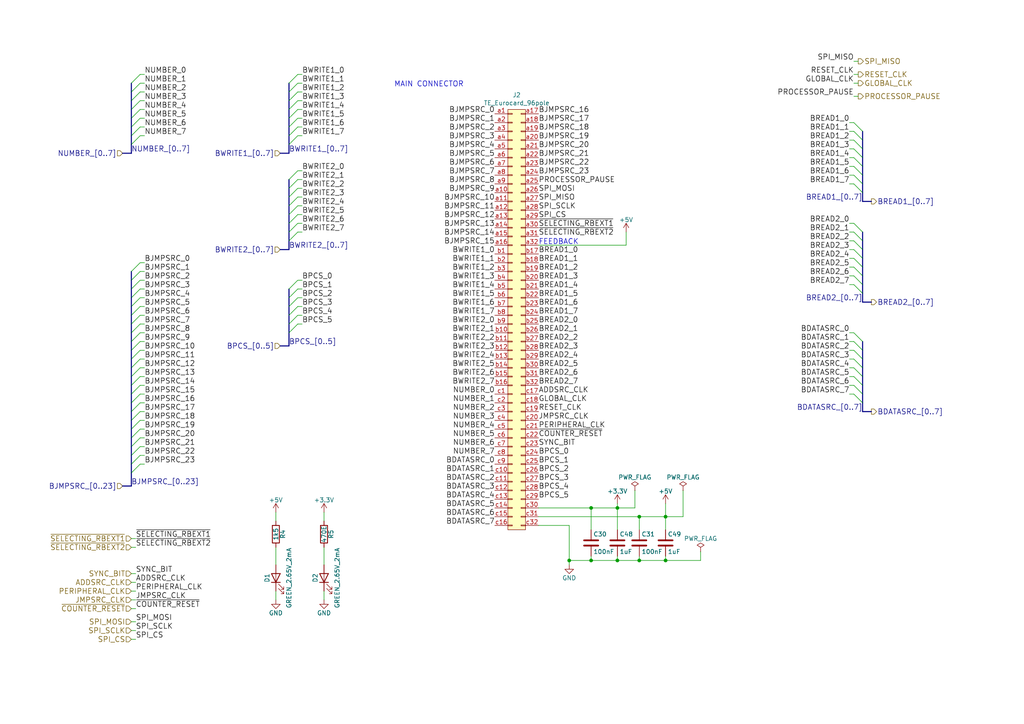
<source format=kicad_sch>
(kicad_sch (version 20230121) (generator eeschema)
  (paper "A4")
  (title_block (title "GP8B") (date "2022-07-08") (rev "V6.0") (company "Guillaume Guillet") (comment 1 "Copyright Guillaume Guillet 2022") (comment 2 "Licensed under CERN-OHL-W v2 or later"))
  (lib_symbols
    (symbol "Custom:TE_Eurocard_96pole" (pin_names (offset 1.016) hide)
      (property "Reference" "J" (at 0 60.96 0))
      (property "Value" "TE_Eurocard_96pole" (at 0 -63.5 0))
      (symbol "TE_Eurocard_96pole_1_1"
        (pin passive line (at -6.35 58.42 0) (length 3.81) (name "Pin_a1") (number "a1"))
        (pin passive line (at -6.35 35.56 0) (length 3.81) (name "Pin_a10") (number "a10"))
        (pin passive line (at -6.35 33.02 0) (length 3.81) (name "Pin_a11") (number "a11"))
        (pin passive line (at -6.35 30.48 0) (length 3.81) (name "Pin_a12") (number "a12"))
        (pin passive line (at -6.35 27.94 0) (length 3.81) (name "Pin_a13") (number "a13"))
        (pin passive line (at -6.35 25.4 0) (length 3.81) (name "Pin_a14") (number "a14"))
        (pin passive line (at -6.35 22.86 0) (length 3.81) (name "Pin_a15") (number "a15"))
        (pin passive line (at -6.35 20.32 0) (length 3.81) (name "Pin_a16") (number "a16"))
        (pin passive line (at 6.35 58.42 180) (length 3.81) (name "Pin_a17") (number "a17"))
        (pin passive line (at 6.35 55.88 180) (length 3.81) (name "Pin_a18") (number "a18"))
        (pin passive line (at 6.35 53.34 180) (length 3.81) (name "Pin_a19") (number "a19"))
        (pin passive line (at -6.35 55.88 0) (length 3.81) (name "Pin_a2") (number "a2"))
        (pin passive line (at 6.35 50.8 180) (length 3.81) (name "Pin_a20") (number "a20"))
        (pin passive line (at 6.35 48.26 180) (length 3.81) (name "Pin_a21") (number "a21"))
        (pin passive line (at 6.35 45.72 180) (length 3.81) (name "Pin_a22") (number "a22"))
        (pin passive line (at 6.35 43.18 180) (length 3.81) (name "Pin_a23") (number "a23"))
        (pin passive line (at 6.35 40.64 180) (length 3.81) (name "Pin_a24") (number "a24"))
        (pin passive line (at 6.35 38.1 180) (length 3.81) (name "Pin_a25") (number "a25"))
        (pin passive line (at 6.35 35.56 180) (length 3.81) (name "Pin_a26") (number "a26"))
        (pin passive line (at 6.35 33.02 180) (length 3.81) (name "Pin_a27") (number "a27"))
        (pin passive line (at 6.35 30.48 180) (length 3.81) (name "Pin_a28") (number "a28"))
        (pin passive line (at 6.35 27.94 180) (length 3.81) (name "Pin_a29") (number "a29"))
        (pin passive line (at -6.35 53.34 0) (length 3.81) (name "Pin_a3") (number "a3"))
        (pin passive line (at 6.35 25.4 180) (length 3.81) (name "Pin_a30") (number "a30"))
        (pin passive line (at 6.35 22.86 180) (length 3.81) (name "Pin_a31") (number "a31"))
        (pin passive line (at 6.35 20.32 180) (length 3.81) (name "Pin_a32") (number "a32"))
        (pin passive line (at -6.35 50.8 0) (length 3.81) (name "Pin_a4") (number "a4"))
        (pin passive line (at -6.35 48.26 0) (length 3.81) (name "Pin_a5") (number "a5"))
        (pin passive line (at -6.35 45.72 0) (length 3.81) (name "Pin_a6") (number "a6"))
        (pin passive line (at -6.35 43.18 0) (length 3.81) (name "Pin_a7") (number "a7"))
        (pin passive line (at -6.35 40.64 0) (length 3.81) (name "Pin_a8") (number "a8"))
        (pin passive line (at -6.35 38.1 0) (length 3.81) (name "Pin_a9") (number "a9"))
        (pin passive line (at -6.35 17.78 0) (length 3.81) (name "Pin_b1") (number "b1"))
        (pin passive line (at -6.35 -5.08 0) (length 3.81) (name "Pin_b10") (number "b10"))
        (pin passive line (at -6.35 -7.62 0) (length 3.81) (name "Pin_b11") (number "b11"))
        (pin passive line (at -6.35 -10.16 0) (length 3.81) (name "Pin_b12") (number "b12"))
        (pin passive line (at -6.35 -12.7 0) (length 3.81) (name "Pin_b13") (number "b13"))
        (pin passive line (at -6.35 -15.24 0) (length 3.81) (name "Pin_b14") (number "b14"))
        (pin passive line (at -6.35 -17.78 0) (length 3.81) (name "Pin_b15") (number "b15"))
        (pin passive line (at -6.35 -20.32 0) (length 3.81) (name "Pin_b16") (number "b16"))
        (pin passive line (at 6.35 17.78 180) (length 3.81) (name "Pin_b17") (number "b17"))
        (pin passive line (at 6.35 15.24 180) (length 3.81) (name "Pin_b18") (number "b18"))
        (pin passive line (at 6.35 12.7 180) (length 3.81) (name "Pin_b19") (number "b19"))
        (pin passive line (at -6.35 15.24 0) (length 3.81) (name "Pin_b2") (number "b2"))
        (pin passive line (at 6.35 10.16 180) (length 3.81) (name "Pin_b20") (number "b20"))
        (pin passive line (at 6.35 7.62 180) (length 3.81) (name "Pin_b21") (number "b21"))
        (pin passive line (at 6.35 5.08 180) (length 3.81) (name "Pin_b22") (number "b22"))
        (pin passive line (at 6.35 2.54 180) (length 3.81) (name "Pin_b23") (number "b23"))
        (pin passive line (at 6.35 0 180) (length 3.81) (name "Pin_b24") (number "b24"))
        (pin passive line (at 6.35 -2.54 180) (length 3.81) (name "Pin_b25") (number "b25"))
        (pin passive line (at 6.35 -5.08 180) (length 3.81) (name "Pin_b26") (number "b26"))
        (pin passive line (at 6.35 -7.62 180) (length 3.81) (name "Pin_b27") (number "b27"))
        (pin passive line (at 6.35 -10.16 180) (length 3.81) (name "Pin_b28") (number "b28"))
        (pin passive line (at 6.35 -12.7 180) (length 3.81) (name "Pin_b29") (number "b29"))
        (pin passive line (at -6.35 12.7 0) (length 3.81) (name "Pin_b3") (number "b3"))
        (pin passive line (at 6.35 -15.24 180) (length 3.81) (name "Pin_b30") (number "b30"))
        (pin passive line (at 6.35 -17.78 180) (length 3.81) (name "Pin_b31") (number "b31"))
        (pin passive line (at 6.35 -20.32 180) (length 3.81) (name "Pin_b32") (number "b32"))
        (pin passive line (at -6.35 10.16 0) (length 3.81) (name "Pin_b4") (number "b4"))
        (pin passive line (at -6.35 7.62 0) (length 3.81) (name "Pin_b5") (number "b5"))
        (pin passive line (at -6.35 5.08 0) (length 3.81) (name "Pin_b6") (number "b6"))
        (pin passive line (at -6.35 2.54 0) (length 3.81) (name "Pin_b7") (number "b7"))
        (pin passive line (at -6.35 0 0) (length 3.81) (name "Pin_b8") (number "b8"))
        (pin passive line (at -6.35 -2.54 0) (length 3.81) (name "Pin_b9") (number "b9"))
        (pin passive line (at -6.35 -22.86 0) (length 3.81) (name "Pin_c1") (number "c1"))
        (pin passive line (at -6.35 -45.72 0) (length 3.81) (name "Pin_c10") (number "c10"))
        (pin passive line (at -6.35 -48.26 0) (length 3.81) (name "Pin_c11") (number "c11"))
        (pin passive line (at -6.35 -50.8 0) (length 3.81) (name "Pin_c12") (number "c12"))
        (pin passive line (at -6.35 -53.34 0) (length 3.81) (name "Pin_c13") (number "c13"))
        (pin passive line (at -6.35 -55.88 0) (length 3.81) (name "Pin_c14") (number "c14"))
        (pin passive line (at -6.35 -58.42 0) (length 3.81) (name "Pin_c15") (number "c15"))
        (pin passive line (at -6.35 -60.96 0) (length 3.81) (name "Pin_c16") (number "c16"))
        (pin passive line (at 6.35 -22.86 180) (length 3.81) (name "Pin_c17") (number "c17"))
        (pin passive line (at 6.35 -25.4 180) (length 3.81) (name "Pin_c18") (number "c18"))
        (pin passive line (at 6.35 -27.94 180) (length 3.81) (name "Pin_c19") (number "c19"))
        (pin passive line (at -6.35 -25.4 0) (length 3.81) (name "Pin_c2") (number "c2"))
        (pin passive line (at 6.35 -30.48 180) (length 3.81) (name "Pin_c20") (number "c20"))
        (pin passive line (at 6.35 -33.02 180) (length 3.81) (name "Pin_c21") (number "c21"))
        (pin passive line (at 6.35 -35.56 180) (length 3.81) (name "Pin_c22") (number "c22"))
        (pin passive line (at 6.35 -38.1 180) (length 3.81) (name "Pin_c23") (number "c23"))
        (pin passive line (at 6.35 -40.64 180) (length 3.81) (name "Pin_c24") (number "c24"))
        (pin passive line (at 6.35 -43.18 180) (length 3.81) (name "Pin_c25") (number "c25"))
        (pin passive line (at 6.35 -45.72 180) (length 3.81) (name "Pin_c26") (number "c26"))
        (pin passive line (at 6.35 -48.26 180) (length 3.81) (name "Pin_c27") (number "c27"))
        (pin passive line (at 6.35 -50.8 180) (length 3.81) (name "Pin_c28") (number "c28"))
        (pin passive line (at 6.35 -53.34 180) (length 3.81) (name "Pin_c29") (number "c29"))
        (pin passive line (at -6.35 -27.94 0) (length 3.81) (name "Pin_c3") (number "c3"))
        (pin passive line (at 6.35 -55.88 180) (length 3.81) (name "Pin_c30") (number "c30"))
        (pin passive line (at 6.35 -58.42 180) (length 3.81) (name "Pin_c31") (number "c31"))
        (pin passive line (at 6.35 -60.96 180) (length 3.81) (name "Pin_c32") (number "c32"))
        (pin passive line (at -6.35 -30.48 0) (length 3.81) (name "Pin_c4") (number "c4"))
        (pin passive line (at -6.35 -33.02 0) (length 3.81) (name "Pin_c5") (number "c5"))
        (pin passive line (at -6.35 -35.56 0) (length 3.81) (name "Pin_c6") (number "c6"))
        (pin passive line (at -6.35 -38.1 0) (length 3.81) (name "Pin_c7") (number "c7"))
        (pin passive line (at -6.35 -40.64 0) (length 3.81) (name "Pin_c8") (number "c8"))
        (pin passive line (at -6.35 -43.18 0) (length 3.81) (name "Pin_c9") (number "c9"))
      )
    )
    (symbol "Device:C" (pin_numbers hide) (pin_names (offset 0.254))
      (property "Reference" "C" (at 0.635 2.54 0))
      (property "Value" "C" (at 0.635 -2.54 0))
      (symbol "C_1_1"
        (pin passive line (at 0 3.81 270) (length 2.794) (name "~") (number "1"))
        (pin passive line (at 0 -3.81 90) (length 2.794) (name "~") (number "2"))
      )
    )
    (symbol "Device:LED" (pin_numbers hide) (pin_names (offset 1.016) hide)
      (property "Reference" "D" (at 0 2.54 0))
      (property "Value" "LED" (at 0 -2.54 0))
      (symbol "LED_1_1"
        (pin passive line (at -3.81 0 0) (length 2.54) (name "K") (number "1"))
        (pin passive line (at 3.81 0 180) (length 2.54) (name "A") (number "2"))
      )
    )
    (symbol "Device:R" (pin_numbers hide) (pin_names (offset 0))
      (property "Reference" "R" (at 2.032 0 90))
      (property "Value" "R" (at 0 0 90))
      (symbol "R_1_1"
        (pin passive line (at 0 3.81 270) (length 1.27) (name "~") (number "1"))
        (pin passive line (at 0 -3.81 90) (length 1.27) (name "~") (number "2"))
      )
    )
    (symbol "power:+3.3V" (power) (pin_names (offset 0))
      (property "Value" "+3.3V" (at 0 3.556 0))
      (symbol "+3.3V_1_1"
        (pin power_in line (at 0 0 90) (length 0) hide (name "+3.3V") (number "1"))
      )
    )
    (symbol "power:+5V" (power) (pin_names (offset 0))
      (property "Value" "+5V" (at 0 3.556 0))
      (symbol "+5V_1_1"
        (pin power_in line (at 0 0 90) (length 0) hide (name "+5V") (number "1"))
      )
    )
    (symbol "power:GND" (power) (pin_names (offset 0))
      (property "Value" "GND" (at 0 -3.81 0))
      (symbol "GND_1_1"
        (pin power_in line (at 0 0 270) (length 0) hide (name "GND") (number "1"))
      )
    )
    (symbol "power:PWR_FLAG" (power) (pin_numbers hide) (pin_names (offset 0) hide)
      (property "Value" "PWR_FLAG" (at 0 3.81 0))
      (symbol "PWR_FLAG_0_0"
        (pin power_out line (at 0 0 90) (length 0) (name "pwr") (number "1"))
      )
    )
  )
  (junction (at 185.42 162.56))
  (junction (at 179.07 162.56))
  (junction (at 171.45 147.32))
  (junction (at 185.42 149.86))
  (junction (at 193.04 162.56))
  (junction (at 179.07 147.32))
  (junction (at 165.1 162.56))
  (junction (at 171.45 162.56))
  (junction (at 193.04 149.86))
  (bus_entry (at 247.65 50.8) (size 2.54 2.54))
  (bus_entry (at 40.64 21.59) (size -2.54 2.54))
  (bus_entry (at 247.65 64.77) (size 2.54 2.54))
  (bus_entry (at 40.64 76.2) (size -2.54 2.54))
  (bus_entry (at 86.36 57.15) (size -2.54 2.54))
  (bus_entry (at 86.36 24.13) (size -2.54 2.54))
  (bus_entry (at 40.64 29.21) (size -2.54 2.54))
  (bus_entry (at 86.36 54.61) (size -2.54 2.54))
  (bus_entry (at 247.65 77.47) (size 2.54 2.54))
  (bus_entry (at 247.65 96.52) (size 2.54 2.54))
  (bus_entry (at 247.65 72.39) (size 2.54 2.54))
  (bus_entry (at 40.64 81.28) (size -2.54 2.54))
  (bus_entry (at 40.64 34.29) (size -2.54 2.54))
  (bus_entry (at 86.36 21.59) (size -2.54 2.54))
  (bus_entry (at 247.65 35.56) (size 2.54 2.54))
  (bus_entry (at 247.65 38.1) (size 2.54 2.54))
  (bus_entry (at 86.36 29.21) (size -2.54 2.54))
  (bus_entry (at 247.65 74.93) (size 2.54 2.54))
  (bus_entry (at 86.36 81.28) (size -2.54 2.54))
  (bus_entry (at 86.36 62.23) (size -2.54 2.54))
  (bus_entry (at 40.64 106.68) (size -2.54 2.54))
  (bus_entry (at 40.64 93.98) (size -2.54 2.54))
  (bus_entry (at 40.64 91.44) (size -2.54 2.54))
  (bus_entry (at 247.65 114.3) (size 2.54 2.54))
  (bus_entry (at 86.36 67.31) (size -2.54 2.54))
  (bus_entry (at 247.65 53.34) (size 2.54 2.54))
  (bus_entry (at 86.36 86.36) (size -2.54 2.54))
  (bus_entry (at 247.65 104.14) (size 2.54 2.54))
  (bus_entry (at 40.64 86.36) (size -2.54 2.54))
  (bus_entry (at 40.64 36.83) (size -2.54 2.54))
  (bus_entry (at 86.36 64.77) (size -2.54 2.54))
  (bus_entry (at 247.65 43.18) (size 2.54 2.54))
  (bus_entry (at 40.64 24.13) (size -2.54 2.54))
  (bus_entry (at 40.64 83.82) (size -2.54 2.54))
  (bus_entry (at 40.64 78.74) (size -2.54 2.54))
  (bus_entry (at 40.64 101.6) (size -2.54 2.54))
  (bus_entry (at 247.65 40.64) (size 2.54 2.54))
  (bus_entry (at 40.64 127) (size -2.54 2.54))
  (bus_entry (at 40.64 31.75) (size -2.54 2.54))
  (bus_entry (at 86.36 52.07) (size -2.54 2.54))
  (bus_entry (at 40.64 104.14) (size -2.54 2.54))
  (bus_entry (at 40.64 129.54) (size -2.54 2.54))
  (bus_entry (at 40.64 116.84) (size -2.54 2.54))
  (bus_entry (at 86.36 83.82) (size -2.54 2.54))
  (bus_entry (at 86.36 93.98) (size -2.54 2.54))
  (bus_entry (at 86.36 39.37) (size -2.54 2.54))
  (bus_entry (at 86.36 36.83) (size -2.54 2.54))
  (bus_entry (at 40.64 26.67) (size -2.54 2.54))
  (bus_entry (at 40.64 99.06) (size -2.54 2.54))
  (bus_entry (at 40.64 109.22) (size -2.54 2.54))
  (bus_entry (at 40.64 132.08) (size -2.54 2.54))
  (bus_entry (at 247.65 111.76) (size 2.54 2.54))
  (bus_entry (at 86.36 91.44) (size -2.54 2.54))
  (bus_entry (at 247.65 106.68) (size 2.54 2.54))
  (bus_entry (at 247.65 99.06) (size 2.54 2.54))
  (bus_entry (at 247.65 109.22) (size 2.54 2.54))
  (bus_entry (at 86.36 34.29) (size -2.54 2.54))
  (bus_entry (at 40.64 96.52) (size -2.54 2.54))
  (bus_entry (at 247.65 101.6) (size 2.54 2.54))
  (bus_entry (at 247.65 48.26) (size 2.54 2.54))
  (bus_entry (at 247.65 45.72) (size 2.54 2.54))
  (bus_entry (at 86.36 31.75) (size -2.54 2.54))
  (bus_entry (at 40.64 114.3) (size -2.54 2.54))
  (bus_entry (at 247.65 67.31) (size 2.54 2.54))
  (bus_entry (at 86.36 26.67) (size -2.54 2.54))
  (bus_entry (at 247.65 80.01) (size 2.54 2.54))
  (bus_entry (at 86.36 59.69) (size -2.54 2.54))
  (bus_entry (at 40.64 134.62) (size -2.54 2.54))
  (bus_entry (at 40.64 39.37) (size -2.54 2.54))
  (bus_entry (at 247.65 82.55) (size 2.54 2.54))
  (bus_entry (at 247.65 69.85) (size 2.54 2.54))
  (bus_entry (at 40.64 119.38) (size -2.54 2.54))
  (bus_entry (at 86.36 88.9) (size -2.54 2.54))
  (bus_entry (at 86.36 49.53) (size -2.54 2.54))
  (bus_entry (at 40.64 124.46) (size -2.54 2.54))
  (bus_entry (at 40.64 111.76) (size -2.54 2.54))
  (bus_entry (at 40.64 121.92) (size -2.54 2.54))
  (bus_entry (at 40.64 88.9) (size -2.54 2.54))
  (bus (pts (xy 250.19 106.68) (xy 250.19 109.22)))
  (wire (pts (xy 87.63 26.67) (xy 86.36 26.67)))
  (bus (pts (xy 83.82 36.83) (xy 83.82 39.37)))
  (bus (pts (xy 83.82 26.67) (xy 83.82 29.21)))
  (wire (pts (xy 179.07 146.05) (xy 179.07 147.32)))
  (wire (pts (xy 156.21 152.4) (xy 165.1 152.4)))
  (bus (pts (xy 83.82 88.9) (xy 83.82 91.44)))
  (bus (pts (xy 250.19 80.01) (xy 250.19 82.55)))
  (wire (pts (xy 87.63 86.36) (xy 86.36 86.36)))
  (wire (pts (xy 39.37 182.88) (xy 38.1 182.88)))
  (wire (pts (xy 41.91 91.44) (xy 40.64 91.44)))
  (bus (pts (xy 250.19 82.55) (xy 250.19 85.09)))
  (wire (pts (xy 39.37 158.75) (xy 38.1 158.75)))
  (wire (pts (xy 246.38 109.22) (xy 247.65 109.22)))
  (wire (pts (xy 184.15 147.32) (xy 184.15 142.24)))
  (bus (pts (xy 38.1 96.52) (xy 38.1 99.06)))
  (wire (pts (xy 41.91 76.2) (xy 40.64 76.2)))
  (wire (pts (xy 246.38 50.8) (xy 247.65 50.8)))
  (wire (pts (xy 246.38 96.52) (xy 247.65 96.52)))
  (bus (pts (xy 250.19 74.93) (xy 250.19 77.47)))
  (bus (pts (xy 250.19 45.72) (xy 250.19 48.26)))
  (bus (pts (xy 83.82 91.44) (xy 83.82 93.98)))
  (bus (pts (xy 38.1 121.92) (xy 38.1 124.46)))
  (bus (pts (xy 38.1 39.37) (xy 38.1 41.91)))
  (bus (pts (xy 83.82 86.36) (xy 83.82 88.9)))
  (bus (pts (xy 250.19 55.88) (xy 250.19 58.42)))
  (wire (pts (xy 41.91 21.59) (xy 40.64 21.59)))
  (wire (pts (xy 41.91 78.74) (xy 40.64 78.74)))
  (wire (pts (xy 41.91 34.29) (xy 40.64 34.29)))
  (wire (pts (xy 193.04 161.29) (xy 193.04 162.56)))
  (wire (pts (xy 87.63 57.15) (xy 86.36 57.15)))
  (bus (pts (xy 38.1 124.46) (xy 38.1 127)))
  (wire (pts (xy 246.38 43.18) (xy 247.65 43.18)))
  (wire (pts (xy 193.04 146.05) (xy 193.04 149.86)))
  (wire (pts (xy 171.45 147.32) (xy 179.07 147.32)))
  (bus (pts (xy 38.1 29.21) (xy 38.1 31.75)))
  (bus (pts (xy 38.1 127) (xy 38.1 129.54)))
  (bus (pts (xy 83.82 93.98) (xy 83.82 96.52)))
  (wire (pts (xy 87.63 34.29) (xy 86.36 34.29)))
  (bus (pts (xy 38.1 132.08) (xy 38.1 134.62)))
  (wire (pts (xy 179.07 153.67) (xy 179.07 147.32)))
  (bus (pts (xy 83.82 59.69) (xy 83.82 62.23)))
  (bus (pts (xy 83.82 83.82) (xy 83.82 86.36)))
  (wire (pts (xy 246.38 35.56) (xy 247.65 35.56)))
  (wire (pts (xy 246.38 111.76) (xy 247.65 111.76)))
  (wire (pts (xy 246.38 80.01) (xy 247.65 80.01)))
  (wire (pts (xy 87.63 83.82) (xy 86.36 83.82)))
  (bus (pts (xy 83.82 52.07) (xy 83.82 54.61)))
  (bus (pts (xy 38.1 104.14) (xy 38.1 106.68)))
  (wire (pts (xy 41.91 39.37) (xy 40.64 39.37)))
  (wire (pts (xy 198.12 149.86) (xy 198.12 142.24)))
  (wire (pts (xy 246.38 69.85) (xy 247.65 69.85)))
  (wire (pts (xy 39.37 180.34) (xy 38.1 180.34)))
  (wire (pts (xy 93.98 151.13) (xy 93.98 148.59)))
  (bus (pts (xy 250.19 116.84) (xy 250.19 119.38)))
  (bus (pts (xy 250.19 72.39) (xy 250.19 74.93)))
  (wire (pts (xy 246.38 82.55) (xy 247.65 82.55)))
  (bus (pts (xy 38.1 114.3) (xy 38.1 116.84)))
  (wire (pts (xy 93.98 171.45) (xy 93.98 173.99)))
  (wire (pts (xy 246.38 114.3) (xy 247.65 114.3)))
  (wire (pts (xy 39.37 185.42) (xy 38.1 185.42)))
  (wire (pts (xy 171.45 162.56) (xy 179.07 162.56)))
  (bus (pts (xy 38.1 140.97) (xy 35.56 140.97)))
  (bus (pts (xy 38.1 129.54) (xy 38.1 132.08)))
  (bus (pts (xy 38.1 24.13) (xy 38.1 26.67)))
  (bus (pts (xy 83.82 31.75) (xy 83.82 34.29)))
  (bus (pts (xy 38.1 101.6) (xy 38.1 104.14)))
  (bus (pts (xy 83.82 54.61) (xy 83.82 57.15)))
  (wire (pts (xy 247.65 17.78) (xy 248.92 17.78)))
  (bus (pts (xy 38.1 111.76) (xy 38.1 114.3)))
  (wire (pts (xy 246.38 53.34) (xy 247.65 53.34)))
  (wire (pts (xy 185.42 162.56) (xy 193.04 162.56)))
  (bus (pts (xy 83.82 34.29) (xy 83.82 36.83)))
  (bus (pts (xy 83.82 24.13) (xy 83.82 26.67)))
  (bus (pts (xy 250.19 43.18) (xy 250.19 45.72)))
  (bus (pts (xy 38.1 91.44) (xy 38.1 93.98)))
  (wire (pts (xy 41.91 36.83) (xy 40.64 36.83)))
  (bus (pts (xy 83.82 39.37) (xy 83.82 41.91)))
  (bus (pts (xy 38.1 44.45) (xy 35.56 44.45)))
  (bus (pts (xy 83.82 69.85) (xy 83.82 72.39)))
  (wire (pts (xy 39.37 173.99) (xy 38.1 173.99)))
  (wire (pts (xy 87.63 93.98) (xy 86.36 93.98)))
  (bus (pts (xy 38.1 86.36) (xy 38.1 88.9)))
  (wire (pts (xy 41.91 116.84) (xy 40.64 116.84)))
  (bus (pts (xy 38.1 119.38) (xy 38.1 121.92)))
  (bus (pts (xy 83.82 72.39) (xy 81.28 72.39)))
  (wire (pts (xy 41.91 24.13) (xy 40.64 24.13)))
  (wire (pts (xy 39.37 168.91) (xy 38.1 168.91)))
  (bus (pts (xy 250.19 48.26) (xy 250.19 50.8)))
  (wire (pts (xy 41.91 121.92) (xy 40.64 121.92)))
  (wire (pts (xy 41.91 127) (xy 40.64 127)))
  (wire (pts (xy 246.38 101.6) (xy 247.65 101.6)))
  (wire (pts (xy 165.1 162.56) (xy 171.45 162.56)))
  (wire (pts (xy 87.63 59.69) (xy 86.36 59.69)))
  (bus (pts (xy 250.19 111.76) (xy 250.19 114.3)))
  (wire (pts (xy 247.65 21.59) (xy 248.92 21.59)))
  (bus (pts (xy 250.19 101.6) (xy 250.19 104.14)))
  (wire (pts (xy 41.91 31.75) (xy 40.64 31.75)))
  (bus (pts (xy 83.82 41.91) (xy 83.82 44.45)))
  (wire (pts (xy 246.38 45.72) (xy 247.65 45.72)))
  (wire (pts (xy 87.63 64.77) (xy 86.36 64.77)))
  (bus (pts (xy 250.19 50.8) (xy 250.19 53.34)))
  (bus (pts (xy 38.1 83.82) (xy 38.1 86.36)))
  (bus (pts (xy 250.19 40.64) (xy 250.19 43.18)))
  (wire (pts (xy 41.91 88.9) (xy 40.64 88.9)))
  (bus (pts (xy 83.82 100.33) (xy 81.28 100.33)))
  (wire (pts (xy 41.91 81.28) (xy 40.64 81.28)))
  (bus (pts (xy 250.19 104.14) (xy 250.19 106.68)))
  (wire (pts (xy 165.1 152.4) (xy 165.1 162.56)))
  (wire (pts (xy 87.63 67.31) (xy 86.36 67.31)))
  (wire (pts (xy 247.65 24.13) (xy 248.92 24.13)))
  (bus (pts (xy 83.82 57.15) (xy 83.82 59.69)))
  (bus (pts (xy 38.1 109.22) (xy 38.1 111.76)))
  (wire (pts (xy 41.91 119.38) (xy 40.64 119.38)))
  (bus (pts (xy 38.1 31.75) (xy 38.1 34.29)))
  (bus (pts (xy 38.1 41.91) (xy 38.1 44.45)))
  (wire (pts (xy 179.07 161.29) (xy 179.07 162.56)))
  (wire (pts (xy 41.91 106.68) (xy 40.64 106.68)))
  (wire (pts (xy 179.07 162.56) (xy 185.42 162.56)))
  (wire (pts (xy 184.15 147.32) (xy 179.07 147.32)))
  (wire (pts (xy 87.63 81.28) (xy 86.36 81.28)))
  (wire (pts (xy 87.63 31.75) (xy 86.36 31.75)))
  (bus (pts (xy 250.19 38.1) (xy 250.19 40.64)))
  (wire (pts (xy 41.91 96.52) (xy 40.64 96.52)))
  (wire (pts (xy 41.91 129.54) (xy 40.64 129.54)))
  (wire (pts (xy 246.38 106.68) (xy 247.65 106.68)))
  (wire (pts (xy 41.91 86.36) (xy 40.64 86.36)))
  (wire (pts (xy 38.1 156.21) (xy 39.37 156.21)))
  (wire (pts (xy 247.65 72.39) (xy 246.38 72.39)))
  (bus (pts (xy 83.82 44.45) (xy 81.28 44.45)))
  (wire (pts (xy 41.91 99.06) (xy 40.64 99.06)))
  (wire (pts (xy 185.42 161.29) (xy 185.42 162.56)))
  (wire (pts (xy 87.63 39.37) (xy 86.36 39.37)))
  (bus (pts (xy 38.1 137.16) (xy 38.1 140.97)))
  (bus (pts (xy 250.19 99.06) (xy 250.19 101.6)))
  (wire (pts (xy 87.63 21.59) (xy 86.36 21.59)))
  (bus (pts (xy 250.19 58.42) (xy 252.73 58.42)))
  (wire (pts (xy 41.91 114.3) (xy 40.64 114.3)))
  (wire (pts (xy 41.91 111.76) (xy 40.64 111.76)))
  (bus (pts (xy 83.82 67.31) (xy 83.82 69.85)))
  (bus (pts (xy 250.19 69.85) (xy 250.19 72.39)))
  (wire (pts (xy 246.38 99.06) (xy 247.65 99.06)))
  (wire (pts (xy 41.91 104.14) (xy 40.64 104.14)))
  (bus (pts (xy 250.19 119.38) (xy 252.73 119.38)))
  (wire (pts (xy 87.63 52.07) (xy 86.36 52.07)))
  (bus (pts (xy 83.82 62.23) (xy 83.82 64.77)))
  (wire (pts (xy 38.1 166.37) (xy 39.37 166.37)))
  (wire (pts (xy 156.21 149.86) (xy 185.42 149.86)))
  (wire (pts (xy 87.63 49.53) (xy 86.36 49.53)))
  (bus (pts (xy 83.82 96.52) (xy 83.82 100.33)))
  (bus (pts (xy 250.19 85.09) (xy 250.19 87.63)))
  (wire (pts (xy 246.38 38.1) (xy 247.65 38.1)))
  (wire (pts (xy 247.65 67.31) (xy 246.38 67.31)))
  (bus (pts (xy 38.1 78.74) (xy 38.1 81.28)))
  (wire (pts (xy 181.61 71.12) (xy 181.61 67.31)))
  (wire (pts (xy 165.1 162.56) (xy 165.1 163.83)))
  (wire (pts (xy 87.63 24.13) (xy 86.36 24.13)))
  (wire (pts (xy 156.21 147.32) (xy 171.45 147.32)))
  (wire (pts (xy 156.21 71.12) (xy 181.61 71.12)))
  (wire (pts (xy 38.1 171.45) (xy 39.37 171.45)))
  (bus (pts (xy 250.19 53.34) (xy 250.19 55.88)))
  (wire (pts (xy 41.91 132.08) (xy 40.64 132.08)))
  (bus (pts (xy 38.1 81.28) (xy 38.1 83.82)))
  (bus (pts (xy 38.1 93.98) (xy 38.1 96.52)))
  (bus (pts (xy 83.82 29.21) (xy 83.82 31.75)))
  (wire (pts (xy 80.01 171.45) (xy 80.01 173.99)))
  (wire (pts (xy 193.04 153.67) (xy 193.04 149.86)))
  (bus (pts (xy 38.1 88.9) (xy 38.1 91.44)))
  (wire (pts (xy 80.01 158.75) (xy 80.01 163.83)))
  (bus (pts (xy 38.1 106.68) (xy 38.1 109.22)))
  (wire (pts (xy 246.38 48.26) (xy 247.65 48.26)))
  (bus (pts (xy 250.19 109.22) (xy 250.19 111.76)))
  (wire (pts (xy 248.92 27.94) (xy 247.65 27.94)))
  (wire (pts (xy 41.91 29.21) (xy 40.64 29.21)))
  (wire (pts (xy 41.91 93.98) (xy 40.64 93.98)))
  (wire (pts (xy 87.63 62.23) (xy 86.36 62.23)))
  (bus (pts (xy 38.1 36.83) (xy 38.1 39.37)))
  (wire (pts (xy 41.91 101.6) (xy 40.64 101.6)))
  (wire (pts (xy 193.04 149.86) (xy 198.12 149.86)))
  (wire (pts (xy 247.65 77.47) (xy 246.38 77.47)))
  (wire (pts (xy 203.2 162.56) (xy 203.2 160.02)))
  (bus (pts (xy 250.19 87.63) (xy 252.73 87.63)))
  (bus (pts (xy 38.1 26.67) (xy 38.1 29.21)))
  (bus (pts (xy 250.19 114.3) (xy 250.19 116.84)))
  (bus (pts (xy 38.1 34.29) (xy 38.1 36.83)))
  (wire (pts (xy 87.63 54.61) (xy 86.36 54.61)))
  (wire (pts (xy 87.63 36.83) (xy 86.36 36.83)))
  (wire (pts (xy 246.38 74.93) (xy 247.65 74.93)))
  (wire (pts (xy 87.63 29.21) (xy 86.36 29.21)))
  (wire (pts (xy 185.42 149.86) (xy 193.04 149.86)))
  (bus (pts (xy 38.1 134.62) (xy 38.1 137.16)))
  (bus (pts (xy 38.1 99.06) (xy 38.1 101.6)))
  (wire (pts (xy 87.63 88.9) (xy 86.36 88.9)))
  (bus (pts (xy 83.82 64.77) (xy 83.82 67.31)))
  (bus (pts (xy 250.19 77.47) (xy 250.19 80.01)))
  (wire (pts (xy 80.01 148.59) (xy 80.01 151.13)))
  (bus (pts (xy 250.19 67.31) (xy 250.19 69.85)))
  (wire (pts (xy 41.91 109.22) (xy 40.64 109.22)))
  (wire (pts (xy 246.38 104.14) (xy 247.65 104.14)))
  (wire (pts (xy 246.38 40.64) (xy 247.65 40.64)))
  (wire (pts (xy 41.91 26.67) (xy 40.64 26.67)))
  (bus (pts (xy 38.1 116.84) (xy 38.1 119.38)))
  (wire (pts (xy 93.98 158.75) (xy 93.98 163.83)))
  (wire (pts (xy 41.91 83.82) (xy 40.64 83.82)))
  (wire (pts (xy 87.63 91.44) (xy 86.36 91.44)))
  (wire (pts (xy 171.45 147.32) (xy 171.45 153.67)))
  (wire (pts (xy 41.91 124.46) (xy 40.64 124.46)))
  (wire (pts (xy 171.45 162.56) (xy 171.45 161.29)))
  (wire (pts (xy 38.1 176.53) (xy 39.37 176.53)))
  (wire (pts (xy 193.04 162.56) (xy 203.2 162.56)))
  (wire (pts (xy 246.38 64.77) (xy 247.65 64.77)))
  (wire (pts (xy 185.42 153.67) (xy 185.42 149.86)))
  (wire (pts (xy 41.91 134.62) (xy 40.64 134.62)))
  (text "MAIN CONNECTOR" (at 114.3 25.4 0) (effects (font (size 1.524 1.524)) (justify left bottom)))
  (text "FEEDBACK" (at 156.21 71.12 0) (effects (font (size 1.524 1.524)) (justify left bottom)))
  (label "BJMPSRC_21" (at 156.21 45.72 0) (effects (font (size 1.524 1.524))))
  (label "BPCS_0" (at 87.63 81.28 0) (effects (font (size 1.524 1.524))))
  (label "BDATASRC_4" (at 143.51 144.78 180) (effects (font (size 1.524 1.524))))
  (label "BREAD2_5" (at 156.21 106.68 0) (effects (font (size 1.524 1.524))))
  (label "PROCESSOR_PAUSE" (at 156.21 53.34 0) (effects (font (size 1.524 1.524))))
  (label "BREAD1_6" (at 156.21 88.9 0) (effects (font (size 1.524 1.524))))
  (label "BJMPSRC_16" (at 41.91 116.84 0) (effects (font (size 1.524 1.524))))
  (label "BREAD2_1" (at 246.38 67.31 180) (effects (font (size 1.524 1.524))))
  (label "BWRITE1_3" (at 143.51 81.28 180) (effects (font (size 1.524 1.524))))
  (label "RESET_CLK" (at 156.21 119.38 0) (effects (font (size 1.524 1.524))))
  (label "BREAD1_0" (at 246.38 35.56 180) (effects (font (size 1.524 1.524))))
  (label "BJMPSRC_10" (at 41.91 101.6 0) (effects (font (size 1.524 1.524))))
  (label "BREAD2_3" (at 156.21 101.6 0) (effects (font (size 1.524 1.524))))
  (label "BDATASRC_7" (at 246.38 114.3 180) (effects (font (size 1.524 1.524))))
  (label "BWRITE1_6" (at 143.51 88.9 180) (effects (font (size 1.524 1.524))))
  (label "RESET_CLK" (at 247.65 21.59 180) (effects (font (size 1.524 1.524))))
  (label "~{SELECTING_RBEXT2}" (at 156.21 68.58 0) (effects (font (size 1.524 1.524))))
  (label "NUMBER_[0..7]" (at 38.1 44.45 0) (effects (font (size 1.524 1.524))))
  (label "NUMBER_1" (at 41.91 24.13 0) (effects (font (size 1.524 1.524))))
  (label "BJMPSRC_0" (at 41.91 76.2 0) (effects (font (size 1.524 1.524))))
  (label "BREAD1_5" (at 156.21 86.36 0) (effects (font (size 1.524 1.524))))
  (label "BJMPSRC_3" (at 41.91 83.82 0) (effects (font (size 1.524 1.524))))
  (label "BWRITE1_2" (at 87.63 26.67 0) (effects (font (size 1.524 1.524))))
  (label "BWRITE2_[0..7]" (at 83.82 72.39 0) (effects (font (size 1.524 1.524))))
  (label "BJMPSRC_19" (at 156.21 40.64 0) (effects (font (size 1.524 1.524))))
  (label "BREAD1_0" (at 156.21 73.66 0) (effects (font (size 1.524 1.524))))
  (label "BREAD2_6" (at 156.21 109.22 0) (effects (font (size 1.524 1.524))))
  (label "BJMPSRC_2" (at 143.51 38.1 180) (effects (font (size 1.524 1.524))))
  (label "SPI_MOSI" (at 156.21 55.88 0) (effects (font (size 1.524 1.524))))
  (label "BREAD1_4" (at 156.21 83.82 0) (effects (font (size 1.524 1.524))))
  (label "BWRITE1_5" (at 87.63 34.29 0) (effects (font (size 1.524 1.524))))
  (label "BDATASRC_6" (at 143.51 149.86 180) (effects (font (size 1.524 1.524))))
  (label "BWRITE1_7" (at 143.51 91.44 180) (effects (font (size 1.524 1.524))))
  (label "PERIPHERAL_CLK" (at 156.21 124.46 0) (effects (font (size 1.524 1.524))))
  (label "BREAD1_4" (at 246.38 45.72 180) (effects (font (size 1.524 1.524))))
  (label "BWRITE1_0" (at 143.51 73.66 180) (effects (font (size 1.524 1.524))))
  (label "BWRITE2_6" (at 87.63 64.77 0) (effects (font (size 1.524 1.524))))
  (label "BREAD2_0" (at 156.21 93.98 0) (effects (font (size 1.524 1.524))))
  (label "BJMPSRC_23" (at 41.91 134.62 0) (effects (font (size 1.524 1.524))))
  (label "BREAD1_3" (at 246.38 43.18 180) (effects (font (size 1.524 1.524))))
  (label "BREAD1_6" (at 246.38 50.8 180) (effects (font (size 1.524 1.524))))
  (label "BPCS_0" (at 156.21 132.08 0) (effects (font (size 1.524 1.524))))
  (label "BREAD1_5" (at 246.38 48.26 180) (effects (font (size 1.524 1.524))))
  (label "BWRITE2_0" (at 87.63 49.53 0) (effects (font (size 1.524 1.524))))
  (label "BREAD2_2" (at 246.38 69.85 180) (effects (font (size 1.524 1.524))))
  (label "BJMPSRC_11" (at 143.51 60.96 180) (effects (font (size 1.524 1.524))))
  (label "ADDSRC_CLK" (at 156.21 114.3 0) (effects (font (size 1.524 1.524))))
  (label "BREAD1_[0..7]" (at 250.19 58.42 180) (effects (font (size 1.524 1.524))))
  (label "BDATASRC_0" (at 143.51 134.62 180) (effects (font (size 1.524 1.524))))
  (label "BJMPSRC_9" (at 41.91 99.06 0) (effects (font (size 1.524 1.524))))
  (label "BDATASRC_3" (at 143.51 142.24 180) (effects (font (size 1.524 1.524))))
  (label "BREAD2_1" (at 156.21 96.52 0) (effects (font (size 1.524 1.524))))
  (label "ADDSRC_CLK" (at 39.37 168.91 0) (effects (font (size 1.524 1.524))))
  (label "JMPSRC_CLK" (at 39.37 173.99 0) (effects (font (size 1.524 1.524))))
  (label "BJMPSRC_17" (at 156.21 35.56 0) (effects (font (size 1.524 1.524))))
  (label "NUMBER_2" (at 143.51 119.38 180) (effects (font (size 1.524 1.524))))
  (label "BWRITE1_2" (at 143.51 78.74 180) (effects (font (size 1.524 1.524))))
  (label "BWRITE2_2" (at 87.63 54.61 0) (effects (font (size 1.524 1.524))))
  (label "NUMBER_4" (at 143.51 124.46 180) (effects (font (size 1.524 1.524))))
  (label "PROCESSOR_PAUSE" (at 247.65 27.94 180) (effects (font (size 1.524 1.524))))
  (label "GLOBAL_CLK" (at 247.65 24.13 180) (effects (font (size 1.524 1.524))))
  (label "BDATASRC_0" (at 246.38 96.52 180) (effects (font (size 1.524 1.524))))
  (label "BJMPSRC_13" (at 143.51 66.04 180) (effects (font (size 1.524 1.524))))
  (label "BJMPSRC_18" (at 41.91 121.92 0) (effects (font (size 1.524 1.524))))
  (label "BWRITE2_7" (at 87.63 67.31 0) (effects (font (size 1.524 1.524))))
  (label "SYNC_BIT" (at 39.37 166.37 0) (effects (font (size 1.524 1.524))))
  (label "BREAD2_7" (at 246.38 82.55 180) (effects (font (size 1.524 1.524))))
  (label "BWRITE2_3" (at 87.63 57.15 0) (effects (font (size 1.524 1.524))))
  (label "BJMPSRC_17" (at 41.91 119.38 0) (effects (font (size 1.524 1.524))))
  (label "NUMBER_3" (at 41.91 29.21 0) (effects (font (size 1.524 1.524))))
  (label "BPCS_2" (at 156.21 137.16 0) (effects (font (size 1.524 1.524))))
  (label "BWRITE1_5" (at 143.51 86.36 180) (effects (font (size 1.524 1.524))))
  (label "BDATASRC_5" (at 246.38 109.22 180) (effects (font (size 1.524 1.524))))
  (label "BDATASRC_1" (at 143.51 137.16 180) (effects (font (size 1.524 1.524))))
  (label "BJMPSRC_15" (at 41.91 114.3 0) (effects (font (size 1.524 1.524))))
  (label "BJMPSRC_21" (at 41.91 129.54 0) (effects (font (size 1.524 1.524))))
  (label "BPCS_[0..5]" (at 83.82 100.33 0) (effects (font (size 1.524 1.524))))
  (label "BJMPSRC_12" (at 41.91 106.68 0) (effects (font (size 1.524 1.524))))
  (label "BJMPSRC_4" (at 143.51 43.18 180) (effects (font (size 1.524 1.524))))
  (label "BREAD2_4" (at 156.21 104.14 0) (effects (font (size 1.524 1.524))))
  (label "BJMPSRC_22" (at 41.91 132.08 0) (effects (font (size 1.524 1.524))))
  (label "BWRITE2_0" (at 143.51 93.98 180) (effects (font (size 1.524 1.524))))
  (label "BJMPSRC_12" (at 143.51 63.5 180) (effects (font (size 1.524 1.524))))
  (label "NUMBER_1" (at 143.51 116.84 180) (effects (font (size 1.524 1.524))))
  (label "BWRITE2_1" (at 143.51 96.52 180) (effects (font (size 1.524 1.524))))
  (label "BDATASRC_6" (at 246.38 111.76 180) (effects (font (size 1.524 1.524))))
  (label "SPI_CS" (at 156.21 63.5 0) (effects (font (size 1.524 1.524))))
  (label "BJMPSRC_20" (at 156.21 43.18 0) (effects (font (size 1.524 1.524))))
  (label "BREAD1_1" (at 246.38 38.1 180) (effects (font (size 1.524 1.524))))
  (label "BWRITE1_1" (at 87.63 24.13 0) (effects (font (size 1.524 1.524))))
  (label "BJMPSRC_2" (at 41.91 81.28 0) (effects (font (size 1.524 1.524))))
  (label "BJMPSRC_6" (at 143.51 48.26 180) (effects (font (size 1.524 1.524))))
  (label "BPCS_3" (at 87.63 88.9 0) (effects (font (size 1.524 1.524))))
  (label "BJMPSRC_14" (at 143.51 68.58 180) (effects (font (size 1.524 1.524))))
  (label "NUMBER_5" (at 143.51 127 180) (effects (font (size 1.524 1.524))))
  (label "BDATASRC_1" (at 246.38 99.06 180) (effects (font (size 1.524 1.524))))
  (label "NUMBER_4" (at 41.91 31.75 0) (effects (font (size 1.524 1.524))))
  (label "BWRITE2_5" (at 143.51 106.68 180) (effects (font (size 1.524 1.524))))
  (label "SPI_CS" (at 39.37 185.42 0) (effects (font (size 1.524 1.524))))
  (label "BJMPSRC_22" (at 156.21 48.26 0) (effects (font (size 1.524 1.524))))
  (label "BDATASRC_2" (at 143.51 139.7 180) (effects (font (size 1.524 1.524))))
  (label "BDATASRC_5" (at 143.51 147.32 180) (effects (font (size 1.524 1.524))))
  (label "BWRITE2_1" (at 87.63 52.07 0) (effects (font (size 1.524 1.524))))
  (label "BJMPSRC_13" (at 41.91 109.22 0) (effects (font (size 1.524 1.524))))
  (label "NUMBER_0" (at 41.91 21.59 0) (effects (font (size 1.524 1.524))))
  (label "NUMBER_2" (at 41.91 26.67 0) (effects (font (size 1.524 1.524))))
  (label "BREAD1_2" (at 246.38 40.64 180) (effects (font (size 1.524 1.524))))
  (label "BPCS_3" (at 156.21 139.7 0) (effects (font (size 1.524 1.524))))
  (label "BJMPSRC_7" (at 143.51 50.8 180) (effects (font (size 1.524 1.524))))
  (label "BJMPSRC_7" (at 41.91 93.98 0) (effects (font (size 1.524 1.524))))
  (label "BJMPSRC_6" (at 41.91 91.44 0) (effects (font (size 1.524 1.524))))
  (label "BWRITE2_3" (at 143.51 101.6 180) (effects (font (size 1.524 1.524))))
  (label "BREAD1_2" (at 156.21 78.74 0) (effects (font (size 1.524 1.524))))
  (label "BWRITE1_7" (at 87.63 39.37 0) (effects (font (size 1.524 1.524))))
  (label "BJMPSRC_19" (at 41.91 124.46 0) (effects (font (size 1.524 1.524))))
  (label "SPI_SCLK" (at 156.21 60.96 0) (effects (font (size 1.524 1.524))))
  (label "BPCS_4" (at 156.21 142.24 0) (effects (font (size 1.524 1.524))))
  (label "BWRITE1_4" (at 87.63 31.75 0) (effects (font (size 1.524 1.524))))
  (label "BDATASRC_2" (at 246.38 101.6 180) (effects (font (size 1.524 1.524))))
  (label "BJMPSRC_[0..23]" (at 38.1 140.97 0) (effects (font (size 1.524 1.524))))
  (label "BJMPSRC_9" (at 143.51 55.88 180) (effects (font (size 1.524 1.524))))
  (label "~{COUNTER_RESET}" (at 39.37 176.53 0) (effects (font (size 1.524 1.524))))
  (label "BREAD2_[0..7]" (at 250.19 87.63 180) (effects (font (size 1.524 1.524))))
  (label "BWRITE1_[0..7]" (at 83.82 44.45 0) (effects (font (size 1.524 1.524))))
  (label "NUMBER_7" (at 143.51 132.08 180) (effects (font (size 1.524 1.524))))
  (label "NUMBER_6" (at 143.51 129.54 180) (effects (font (size 1.524 1.524))))
  (label "BJMPSRC_0" (at 143.51 33.02 180) (effects (font (size 1.524 1.524))))
  (label "~{SELECTING_RBEXT1}" (at 156.21 66.04 0) (effects (font (size 1.524 1.524))))
  (label "BDATASRC_4" (at 246.38 106.68 180) (effects (font (size 1.524 1.524))))
  (label "BDATASRC_[0..7]" (at 250.19 119.38 180) (effects (font (size 1.524 1.524))))
  (label "BREAD2_4" (at 246.38 74.93 180) (effects (font (size 1.524 1.524))))
  (label "SPI_MOSI" (at 39.37 180.34 0) (effects (font (size 1.524 1.524))))
  (label "BWRITE1_3" (at 87.63 29.21 0) (effects (font (size 1.524 1.524))))
  (label "BREAD2_2" (at 156.21 99.06 0) (effects (font (size 1.524 1.524))))
  (label "SYNC_BIT" (at 156.21 129.54 0) (effects (font (size 1.524 1.524))))
  (label "BREAD1_3" (at 156.21 81.28 0) (effects (font (size 1.524 1.524))))
  (label "NUMBER_6" (at 41.91 36.83 0) (effects (font (size 1.524 1.524))))
  (label "BJMPSRC_5" (at 143.51 45.72 180) (effects (font (size 1.524 1.524))))
  (label "BREAD2_3" (at 246.38 72.39 180) (effects (font (size 1.524 1.524))))
  (label "BWRITE1_1" (at 143.51 76.2 180) (effects (font (size 1.524 1.524))))
  (label "BJMPSRC_5" (at 41.91 88.9 0) (effects (font (size 1.524 1.524))))
  (label "NUMBER_7" (at 41.91 39.37 0) (effects (font (size 1.524 1.524))))
  (label "BPCS_5" (at 87.63 93.98 0) (effects (font (size 1.524 1.524))))
  (label "~{SELECTING_RBEXT1}" (at 39.37 156.21 0) (effects (font (size 1.524 1.524))))
  (label "BJMPSRC_8" (at 41.91 96.52 0) (effects (font (size 1.524 1.524))))
  (label "~{SELECTING_RBEXT2}" (at 39.37 158.75 0) (effects (font (size 1.524 1.524))))
  (label "BWRITE2_5" (at 87.63 62.23 0) (effects (font (size 1.524 1.524))))
  (label "JMPSRC_CLK" (at 156.21 121.92 0) (effects (font (size 1.524 1.524))))
  (label "~{COUNTER_RESET}" (at 156.21 127 0) (effects (font (size 1.524 1.524))))
  (label "BWRITE2_4" (at 87.63 59.69 0) (effects (font (size 1.524 1.524))))
  (label "BJMPSRC_14" (at 41.91 111.76 0) (effects (font (size 1.524 1.524))))
  (label "SPI_MISO" (at 247.65 17.78 180) (effects (font (size 1.524 1.524))))
  (label "BJMPSRC_10" (at 143.51 58.42 180) (effects (font (size 1.524 1.524))))
  (label "BWRITE2_6" (at 143.51 109.22 180) (effects (font (size 1.524 1.524))))
  (label "BREAD2_7" (at 156.21 111.76 0) (effects (font (size 1.524 1.524))))
  (label "BWRITE1_6" (at 87.63 36.83 0) (effects (font (size 1.524 1.524))))
  (label "NUMBER_0" (at 143.51 114.3 180) (effects (font (size 1.524 1.524))))
  (label "BDATASRC_7" (at 143.51 152.4 180) (effects (font (size 1.524 1.524))))
  (label "BREAD2_6" (at 246.38 80.01 180) (effects (font (size 1.524 1.524))))
  (label "BJMPSRC_3" (at 143.51 40.64 180) (effects (font (size 1.524 1.524))))
  (label "SPI_SCLK" (at 39.37 182.88 0) (effects (font (size 1.524 1.524))))
  (label "BJMPSRC_20" (at 41.91 127 0) (effects (font (size 1.524 1.524))))
  (label "BREAD1_7" (at 156.21 91.44 0) (effects (font (size 1.524 1.524))))
  (label "BPCS_1" (at 87.63 83.82 0) (effects (font (size 1.524 1.524))))
  (label "BPCS_2" (at 87.63 86.36 0) (effects (font (size 1.524 1.524))))
  (label "BJMPSRC_16" (at 156.21 33.02 0) (effects (font (size 1.524 1.524))))
  (label "BREAD1_7" (at 246.38 53.34 180) (effects (font (size 1.524 1.524))))
  (label "PERIPHERAL_CLK" (at 39.37 171.45 0) (effects (font (size 1.524 1.524))))
  (label "BJMPSRC_1" (at 41.91 78.74 0) (effects (font (size 1.524 1.524))))
  (label "NUMBER_3" (at 143.51 121.92 180) (effects (font (size 1.524 1.524))))
  (label "BWRITE1_4" (at 143.51 83.82 180) (effects (font (size 1.524 1.524))))
  (label "BJMPSRC_11" (at 41.91 104.14 0) (effects (font (size 1.524 1.524))))
  (label "BWRITE1_0" (at 87.63 21.59 0) (effects (font (size 1.524 1.524))))
  (label "BPCS_1" (at 156.21 134.62 0) (effects (font (size 1.524 1.524))))
  (label "BWRITE2_2" (at 143.51 99.06 180) (effects (font (size 1.524 1.524))))
  (label "BPCS_5" (at 156.21 144.78 0) (effects (font (size 1.524 1.524))))
  (label "NUMBER_5" (at 41.91 34.29 0) (effects (font (size 1.524 1.524))))
  (label "BJMPSRC_4" (at 41.91 86.36 0) (effects (font (size 1.524 1.524))))
  (label "BREAD2_0" (at 246.38 64.77 180) (effects (font (size 1.524 1.524))))
  (label "BDATASRC_3" (at 246.38 104.14 180) (effects (font (size 1.524 1.524))))
  (label "BJMPSRC_15" (at 143.51 71.12 180) (effects (font (size 1.524 1.524))))
  (label "BWRITE2_4" (at 143.51 104.14 180) (effects (font (size 1.524 1.524))))
  (label "GLOBAL_CLK" (at 156.21 116.84 0) (effects (font (size 1.524 1.524))))
  (label "BREAD1_1" (at 156.21 76.2 0) (effects (font (size 1.524 1.524))))
  (label "BJMPSRC_1" (at 143.51 35.56 180) (effects (font (size 1.524 1.524))))
  (label "BJMPSRC_23" (at 156.21 50.8 0) (effects (font (size 1.524 1.524))))
  (label "BPCS_4" (at 87.63 91.44 0) (effects (font (size 1.524 1.524))))
  (label "SPI_MISO" (at 156.21 58.42 0) (effects (font (size 1.524 1.524))))
  (label "BJMPSRC_8" (at 143.51 53.34 180) (effects (font (size 1.524 1.524))))
  (label "BJMPSRC_18" (at 156.21 38.1 0) (effects (font (size 1.524 1.524))))
  (label "BWRITE2_7" (at 143.51 111.76 180) (effects (font (size 1.524 1.524))))
  (label "BREAD2_5" (at 246.38 77.47 180) (effects (font (size 1.524 1.524))))
  (hierarchical_label "SPI_SCLK" (shape input) (at 38.1 182.88 180) (effects (font (size 1.524 1.524))))
  (hierarchical_label "~{SELECTING_RBEXT2}" (shape input) (at 38.1 158.75 180) (effects (font (size 1.524 1.524))))
  (hierarchical_label "ADDSRC_CLK" (shape input) (at 38.1 168.91 180) (effects (font (size 1.524 1.524))))
  (hierarchical_label "~{SELECTING_RBEXT1}" (shape input) (at 38.1 156.21 180) (effects (font (size 1.524 1.524))))
  (hierarchical_label "SPI_MISO" (shape output) (at 248.92 17.78 0) (effects (font (size 1.524 1.524))))
  (hierarchical_label "SPI_CS" (shape input) (at 38.1 185.42 180) (effects (font (size 1.524 1.524))))
  (hierarchical_label "NUMBER_[0..7]" (shape input) (at 35.56 44.45 180) (effects (font (size 1.524 1.524))))
  (hierarchical_label "BPCS_[0..5]" (shape input) (at 81.28 100.33 180) (effects (font (size 1.524 1.524))))
  (hierarchical_label "GLOBAL_CLK" (shape output) (at 248.92 24.13 0) (effects (font (size 1.524 1.524))))
  (hierarchical_label "~{COUNTER_RESET}" (shape input) (at 38.1 176.53 180) (effects (font (size 1.524 1.524))))
  (hierarchical_label "PROCESSOR_PAUSE" (shape output) (at 248.92 27.94 0) (effects (font (size 1.524 1.524))))
  (hierarchical_label "BWRITE2_[0..7]" (shape input) (at 81.28 72.39 180) (effects (font (size 1.524 1.524))))
  (hierarchical_label "RESET_CLK" (shape output) (at 248.92 21.59 0) (effects (font (size 1.524 1.524))))
  (hierarchical_label "BWRITE1_[0..7]" (shape input) (at 81.28 44.45 180) (effects (font (size 1.524 1.524))))
  (hierarchical_label "BJMPSRC_[0..23]" (shape input) (at 35.56 140.97 180) (effects (font (size 1.524 1.524))))
  (hierarchical_label "SYNC_BIT" (shape input) (at 38.1 166.37 180) (effects (font (size 1.524 1.524))))
  (hierarchical_label "SPI_MOSI" (shape input) (at 38.1 180.34 180) (effects (font (size 1.524 1.524))))
  (hierarchical_label "BREAD2_[0..7]" (shape output) (at 252.73 87.63 0) (effects (font (size 1.524 1.524))))
  (hierarchical_label "BDATASRC_[0..7]" (shape output) (at 252.73 119.38 0) (effects (font (size 1.524 1.524))))
  (hierarchical_label "JMPSRC_CLK" (shape input) (at 38.1 173.99 180) (effects (font (size 1.524 1.524))))
  (hierarchical_label "BREAD1_[0..7]" (shape output) (at 252.73 58.42 0) (effects (font (size 1.524 1.524))))
  (hierarchical_label "PERIPHERAL_CLK" (shape input) (at 38.1 171.45 180) (effects (font (size 1.524 1.524))))
  (symbol (lib_id "power:PWR_FLAG") (at 198.12 142.24 0) (unit 1)
    (property "Reference" "#FLG0101" (effects hide))
    (property "Value" "PWR_FLAG" (at 198.12 138.43 0))
  )
  (symbol (lib_id "power:PWR_FLAG") (at 184.15 142.24 0) (unit 1)
    (property "Reference" "#FLG0102" (effects hide))
    (property "Value" "PWR_FLAG" (at 184.15 138.43 0))
  )
  (symbol (lib_id "power:PWR_FLAG") (at 203.2 160.02 0) (unit 1)
    (property "Reference" "#FLG0103" (effects hide))
    (property "Value" "PWR_FLAG" (at 203.2 156.21 0))
  )
  (symbol (lib_id "power:+3.3V") (at 179.07 146.05 0) (unit 1)
    (property "Reference" "#PWR0150" (effects hide))
    (property "Value" "+3.3V" (at 179.07 142.494 0))
  )
  (symbol (lib_id "Device:C") (at 171.45 157.48 0) (unit 1)
    (property "Reference" "C30" (at 172.085 154.94 0) (effects (justify left)))
    (property "Value" "100nF" (at 172.085 160.02 0) (effects (justify left)))
    (property "Footprint" "Capacitor_SMD:C_0805_2012Metric" (effects hide))
  )
  (symbol (lib_id "Device:C") (at 185.42 157.48 0) (unit 1)
    (property "Reference" "C31" (at 186.055 154.94 0) (effects (justify left)))
    (property "Value" "100nF" (at 186.055 160.02 0) (effects (justify left)))
    (property "Footprint" "Capacitor_SMD:C_0805_2012Metric" (effects hide))
  )
  (symbol (lib_id "power:GND") (at 165.1 163.83 0) (unit 1)
    (property "Reference" "#PWR0146" (effects hide))
    (property "Value" "GND" (at 165.1 167.64 0))
  )
  (symbol (lib_id "power:+5V") (at 193.04 146.05 0) (unit 1)
    (property "Reference" "#PWR0147" (effects hide))
    (property "Value" "+5V" (at 193.04 142.494 0))
  )
  (symbol (lib_id "Device:R") (at 80.01 154.94 0) (unit 1)
    (property "Reference" "R4" (at 82.042 154.94 90))
    (property "Value" "1k5" (at 80.01 154.94 90))
    (property "Footprint" "Resistor_SMD:R_0805_2012Metric" (effects hide))
  )
  (symbol (lib_id "Device:LED") (at 80.01 167.64 90) (unit 1)
    (property "Reference" "D1" (at 77.47 167.64 0))
    (property "Value" "GREEN_2.65V_2mA" (at 83.82 167.64 0))
    (property "Footprint" "LED_SMD:LED_1206_3216Metric" (effects hide))
  )
  (symbol (lib_id "power:+5V") (at 80.01 148.59 0) (unit 1)
    (property "Reference" "#PWR0148" (effects hide))
    (property "Value" "+5V" (at 80.01 145.034 0))
  )
  (symbol (lib_id "power:GND") (at 80.01 173.99 0) (unit 1)
    (property "Reference" "#PWR0149" (effects hide))
    (property "Value" "GND" (at 80.01 177.8 0))
  )
  (symbol (lib_id "power:+3.3V") (at 93.98 148.59 0) (unit 1)
    (property "Reference" "#PWR0151" (effects hide))
    (property "Value" "+3.3V" (at 93.98 145.034 0))
  )
  (symbol (lib_id "Device:R") (at 93.98 154.94 0) (unit 1)
    (property "Reference" "R5" (at 96.012 154.94 90))
    (property "Value" "470E" (at 93.98 154.94 90))
    (property "Footprint" "Resistor_SMD:R_0805_2012Metric" (effects hide))
  )
  (symbol (lib_id "power:GND") (at 93.98 173.99 0) (unit 1)
    (property "Reference" "#PWR0152" (effects hide))
    (property "Value" "GND" (at 93.98 177.8 0))
  )
  (symbol (lib_id "Device:LED") (at 93.98 167.64 90) (unit 1)
    (property "Reference" "D2" (at 91.44 167.64 0))
    (property "Value" "GREEN_2.65V_2mA" (at 97.79 167.64 0))
    (property "Footprint" "LED_SMD:LED_1206_3216Metric" (effects hide))
  )
  (symbol (lib_id "Custom:TE_Eurocard_96pole") (at 149.86 91.44 0) (unit 1)
    (property "Reference" "J2" (at 149.86 27.559 0))
    (property "Value" "TE_Eurocard_96pole" (at 149.86 29.8704 0))
    (property "Footprint" "Eurocard_5536475-1:Eurocard_5536475-1" (effects hide))
  )
  (symbol (lib_id "power:+5V") (at 181.61 67.31 0) (unit 1)
    (property "Reference" "#PWR0153" (effects hide))
    (property "Value" "+5V" (at 181.61 63.754 0))
  )
  (symbol (lib_id "Device:C") (at 179.07 157.48 0) (unit 1)
    (property "Reference" "C48" (at 179.705 154.94 0) (effects (justify left)))
    (property "Value" "1uF" (at 179.705 160.02 0) (effects (justify left)))
    (property "Footprint" "Capacitor_SMD:C_0805_2012Metric" (effects hide))
  )
  (symbol (lib_id "Device:C") (at 193.04 157.48 0) (unit 1)
    (property "Reference" "C49" (at 193.675 154.94 0) (effects (justify left)))
    (property "Value" "1uF" (at 193.675 160.02 0) (effects (justify left)))
    (property "Footprint" "Capacitor_SMD:C_0805_2012Metric" (effects hide))
  )
)
</source>
